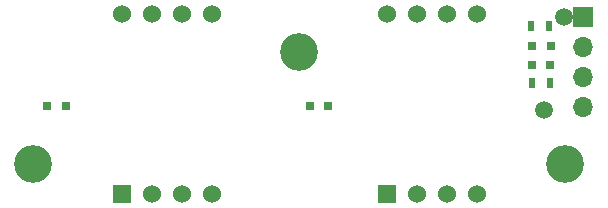
<source format=gts>
G04 #@! TF.FileFunction,Soldermask,Top*
%FSLAX46Y46*%
G04 Gerber Fmt 4.6, Leading zero omitted, Abs format (unit mm)*
G04 Created by KiCad (PCBNEW 4.0.6) date Mon Jan  8 21:03:33 2018*
%MOMM*%
%LPD*%
G01*
G04 APERTURE LIST*
%ADD10C,0.100000*%
%ADD11C,3.200000*%
%ADD12R,0.800000X0.800000*%
%ADD13R,1.700000X1.700000*%
%ADD14O,1.700000X1.700000*%
%ADD15R,0.500000X0.900000*%
%ADD16C,1.500000*%
%ADD17R,1.524000X1.524000*%
%ADD18C,1.524000*%
G04 APERTURE END LIST*
D10*
D11*
X60500000Y-77500000D03*
X83000000Y-68000000D03*
D12*
X104282000Y-69080000D03*
X102682000Y-69080000D03*
X104305000Y-67437000D03*
X102705000Y-67437000D03*
X83886000Y-72509000D03*
X85486000Y-72509000D03*
X63261000Y-72509000D03*
X61661000Y-72509000D03*
D13*
X107061000Y-65024000D03*
D14*
X107061000Y-67564000D03*
X107061000Y-70104000D03*
X107061000Y-72644000D03*
D15*
X102744000Y-70600000D03*
X104244000Y-70600000D03*
X102628000Y-65786000D03*
X104128000Y-65786000D03*
D16*
X103736000Y-72890000D03*
D17*
X90401000Y-80002000D03*
D18*
X92941000Y-80002000D03*
X95481000Y-80002000D03*
X98021000Y-80002000D03*
X98021000Y-64762000D03*
X95481000Y-64762000D03*
X92941000Y-64762000D03*
X90401000Y-64762000D03*
D17*
X67970400Y-79997300D03*
D18*
X70510400Y-79997300D03*
X73050400Y-79997300D03*
X75590400Y-79997300D03*
X75590400Y-64757300D03*
X73050400Y-64757300D03*
X70510400Y-64757300D03*
X67970400Y-64757300D03*
D16*
X105387000Y-65000000D03*
D11*
X105500000Y-77500000D03*
M02*

</source>
